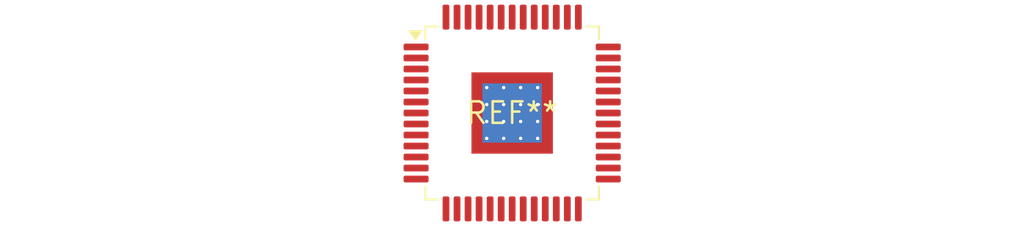
<source format=kicad_pcb>
(kicad_pcb (version 20240108) (generator pcbnew)
  (layers (0 "F.Cu" signal) (31 "B.Cu" signal) (34 "B.Paste" user) (35 "F.Paste" user) (36 "B.SilkS" user "B.Silkscreen") (37 "F.SilkS" user "F.Silkscreen") (38 "B.Mask" user) (39 "F.Mask" user) (44 "Edge.Cuts" user))
  (net 0 "")
  (footprint "LQFP-52-1EP_10x10mm_P0.65mm_EP4.8x4.8mm_ThermalVias" (layer "F.Cu") (at 0 0)
    (property "Reference" "REF**")
    (property "Value" "LQFP-52-1EP_10x10mm_P0.65mm_EP4.8x4.8mm_ThermalVias")
    (fp_line (start -5.11 -5.11) (end -5.11 -4.36) (layer "F.SilkS") (stroke (width 0.12)))
    (fp_line (start -5.11 5.11) (end -5.11 4.36) (layer "F.SilkS") (stroke (width 0.12)))
    (fp_line (start -4.36 -5.11) (end -5.11 -5.11) (layer "F.SilkS") (stroke (width 0.12)))
    (fp_line (start -4.36 5.11) (end -5.11 5.11) (layer "F.SilkS") (stroke (width 0.12)))
    (fp_line (start 4.36 -5.11) (end 5.11 -5.11) (layer "F.SilkS") (stroke (width 0.12)))
    (fp_line (start 4.36 5.11) (end 5.11 5.11) (layer "F.SilkS") (stroke (width 0.12)))
    (fp_line (start 5.11 -5.11) (end 5.11 -4.36) (layer "F.SilkS") (stroke (width 0.12)))
    (fp_line (start 5.11 5.11) (end 5.11 4.36) (layer "F.SilkS") (stroke (width 0.12)))
    (fp_poly (pts (xy -5.7 -4.36) (xy -6.04 -4.83) (xy -5.36 -4.83) (xy -5.7 -4.36)) (layer "F.SilkS") (stroke (width 0.12)) (fill solid))
    (pad "1" smd roundrect (at -5.6625 -3.9) (size 1.475 0.4) (layers "F.Cu" "F.Paste" "F.Mask"))
    (pad "2" smd roundrect (at -5.6625 -3.25) (size 1.475 0.4) (layers "F.Cu" "F.Paste" "F.Mask"))
    (pad "3" smd roundrect (at -5.6625 -2.6) (size 1.475 0.4) (layers "F.Cu" "F.Paste" "F.Mask"))
    (pad "4" smd roundrect (at -5.6625 -1.95) (size 1.475 0.4) (layers "F.Cu" "F.Paste" "F.Mask"))
    (pad "5" smd roundrect (at -5.6625 -1.3) (size 1.475 0.4) (layers "F.Cu" "F.Paste" "F.Mask"))
    (pad "6" smd roundrect (at -5.6625 -0.65) (size 1.475 0.4) (layers "F.Cu" "F.Paste" "F.Mask"))
    (pad "7" smd roundrect (at -5.6625 0) (size 1.475 0.4) (layers "F.Cu" "F.Paste" "F.Mask"))
    (pad "8" smd roundrect (at -5.6625 0.65) (size 1.475 0.4) (layers "F.Cu" "F.Paste" "F.Mask"))
    (pad "9" smd roundrect (at -5.6625 1.3) (size 1.475 0.4) (layers "F.Cu" "F.Paste" "F.Mask"))
    (pad "10" smd roundrect (at -5.6625 1.95) (size 1.475 0.4) (layers "F.Cu" "F.Paste" "F.Mask"))
    (pad "11" smd roundrect (at -5.6625 2.6) (size 1.475 0.4) (layers "F.Cu" "F.Paste" "F.Mask"))
    (pad "12" smd roundrect (at -5.6625 3.25) (size 1.475 0.4) (layers "F.Cu" "F.Paste" "F.Mask"))
    (pad "13" smd roundrect (at -5.6625 3.9) (size 1.475 0.4) (layers "F.Cu" "F.Paste" "F.Mask"))
    (pad "14" smd roundrect (at -3.9 5.6625) (size 0.4 1.475) (layers "F.Cu" "F.Paste" "F.Mask"))
    (pad "15" smd roundrect (at -3.25 5.6625) (size 0.4 1.475) (layers "F.Cu" "F.Paste" "F.Mask"))
    (pad "16" smd roundrect (at -2.6 5.6625) (size 0.4 1.475) (layers "F.Cu" "F.Paste" "F.Mask"))
    (pad "17" smd roundrect (at -1.95 5.6625) (size 0.4 1.475) (layers "F.Cu" "F.Paste" "F.Mask"))
    (pad "18" smd roundrect (at -1.3 5.6625) (size 0.4 1.475) (layers "F.Cu" "F.Paste" "F.Mask"))
    (pad "19" smd roundrect (at -0.65 5.6625) (size 0.4 1.475) (layers "F.Cu" "F.Paste" "F.Mask"))
    (pad "20" smd roundrect (at 0 5.6625) (size 0.4 1.475) (layers "F.Cu" "F.Paste" "F.Mask"))
    (pad "21" smd roundrect (at 0.65 5.6625) (size 0.4 1.475) (layers "F.Cu" "F.Paste" "F.Mask"))
    (pad "22" smd roundrect (at 1.3 5.6625) (size 0.4 1.475) (layers "F.Cu" "F.Paste" "F.Mask"))
    (pad "23" smd roundrect (at 1.95 5.6625) (size 0.4 1.475) (layers "F.Cu" "F.Paste" "F.Mask"))
    (pad "24" smd roundrect (at 2.6 5.6625) (size 0.4 1.475) (layers "F.Cu" "F.Paste" "F.Mask"))
    (pad "25" smd roundrect (at 3.25 5.6625) (size 0.4 1.475) (layers "F.Cu" "F.Paste" "F.Mask"))
    (pad "26" smd roundrect (at 3.9 5.6625) (size 0.4 1.475) (layers "F.Cu" "F.Paste" "F.Mask"))
    (pad "27" smd roundrect (at 5.6625 3.9) (size 1.475 0.4) (layers "F.Cu" "F.Paste" "F.Mask"))
    (pad "28" smd roundrect (at 5.6625 3.25) (size 1.475 0.4) (layers "F.Cu" "F.Paste" "F.Mask"))
    (pad "29" smd roundrect (at 5.6625 2.6) (size 1.475 0.4) (layers "F.Cu" "F.Paste" "F.Mask"))
    (pad "30" smd roundrect (at 5.6625 1.95) (size 1.475 0.4) (layers "F.Cu" "F.Paste" "F.Mask"))
    (pad "31" smd roundrect (at 5.6625 1.3) (size 1.475 0.4) (layers "F.Cu" "F.Paste" "F.Mask"))
    (pad "32" smd roundrect (at 5.6625 0.65) (size 1.475 0.4) (layers "F.Cu" "F.Paste" "F.Mask"))
    (pad "33" smd roundrect (at 5.6625 0) (size 1.475 0.4) (layers "F.Cu" "F.Paste" "F.Mask"))
    (pad "34" smd roundrect (at 5.6625 -0.65) (size 1.475 0.4) (layers "F.Cu" "F.Paste" "F.Mask"))
    (pad "35" smd roundrect (at 5.6625 -1.3) (size 1.475 0.4) (layers "F.Cu" "F.Paste" "F.Mask"))
    (pad "36" smd roundrect (at 5.6625 -1.95) (size 1.475 0.4) (layers "F.Cu" "F.Paste" "F.Mask"))
    (pad "37" smd roundrect (at 5.6625 -2.6) (size 1.475 0.4) (layers "F.Cu" "F.Paste" "F.Mask"))
    (pad "38" smd roundrect (at 5.6625 -3.25) (size 1.475 0.4) (layers "F.Cu" "F.Paste" "F.Mask"))
    (pad "39" smd roundrect (at 5.6625 -3.9) (size 1.475 0.4) (layers "F.Cu" "F.Paste" "F.Mask"))
    (pad "40" smd roundrect (at 3.9 -5.6625) (size 0.4 1.475) (layers "F.Cu" "F.Paste" "F.Mask"))
    (pad "41" smd roundrect (at 3.25 -5.6625) (size 0.4 1.475) (layers "F.Cu" "F.Paste" "F.Mask"))
    (pad "42" smd roundrect (at 2.6 -5.6625) (size 0.4 1.475) (layers "F.Cu" "F.Paste" "F.Mask"))
    (pad "43" smd roundrect (at 1.95 -5.6625) (size 0.4 1.475) (layers "F.Cu" "F.Paste" "F.Mask"))
    (pad "44" smd roundrect (at 1.3 -5.6625) (size 0.4 1.475) (layers "F.Cu" "F.Paste" "F.Mask"))
    (pad "45" smd roundrect (at 0.65 -5.6625) (size 0.4 1.475) (layers "F.Cu" "F.Paste" "F.Mask"))
    (pad "46" smd roundrect (at 0 -5.6625) (size 0.4 1.475) (layers "F.Cu" "F.Paste" "F.Mask"))
    (pad "47" smd roundrect (at -0.65 -5.6625) (size 0.4 1.475) (layers "F.Cu" "F.Paste" "F.Mask"))
    (pad "48" smd roundrect (at -1.3 -5.6625) (size 0.4 1.475) (layers "F.Cu" "F.Paste" "F.Mask"))
    (pad "49" smd roundrect (at -1.95 -5.6625) (size 0.4 1.475) (layers "F.Cu" "F.Paste" "F.Mask"))
    (pad "50" smd roundrect (at -2.6 -5.6625) (size 0.4 1.475) (layers "F.Cu" "F.Paste" "F.Mask"))
    (pad "51" smd roundrect (at -3.25 -5.6625) (size 0.4 1.475) (layers "F.Cu" "F.Paste" "F.Mask"))
    (pad "52" smd roundrect (at -3.9 -5.6625) (size 0.4 1.475) (layers "F.Cu" "F.Paste" "F.Mask"))
    (pad "53" thru_hole circle (at -1.5 -1.5) (size 0.5 0.5) (drill 0.2) (property pad_prop_heatsink) (layers *.Cu) (remove_unused_layers))
    (pad "53" thru_hole circle (at -1.5 -0.5) (size 0.5 0.5) (drill 0.2) (property pad_prop_heatsink) (layers *.Cu) (remove_unused_layers))
    (pad "53" thru_hole circle (at -1.5 0.5) (size 0.5 0.5) (drill 0.2) (property pad_prop_heatsink) (layers *.Cu) (remove_unused_layers))
    (pad "53" thru_hole circle (at -1.5 1.5) (size 0.5 0.5) (drill 0.2) (property pad_prop_heatsink) (layers *.Cu) (remove_unused_layers))
    (pad "53" thru_hole circle (at -0.5 -1.5) (size 0.5 0.5) (drill 0.2) (property pad_prop_heatsink) (layers *.Cu) (remove_unused_layers))
    (pad "53" thru_hole circle (at -0.5 -0.5) (size 0.5 0.5) (drill 0.2) (property pad_prop_heatsink) (layers *.Cu) (remove_unused_layers))
    (pad "53" thru_hole circle (at -0.5 0.5) (size 0.5 0.5) (drill 0.2) (property pad_prop_heatsink) (layers *.Cu) (remove_unused_layers))
    (pad "53" thru_hole circle (at -0.5 1.5) (size 0.5 0.5) (drill 0.2) (property pad_prop_heatsink) (layers *.Cu) (remove_unused_layers))
    (pad "53" smd rect (at 0 0) (size 3.5 3.5) (property pad_prop_heatsink) (layers "B.Cu"))
    (pad "53" smd rect (at 0 0) (size 4.8 4.8) (property pad_prop_heatsink) (layers "F.Cu" "F.Mask"))
    (pad "53" thru_hole circle (at 0.5 -1.5) (size 0.5 0.5) (drill 0.2) (property pad_prop_heatsink) (layers *.Cu) (remove_unused_layers))
    (pad "53" thru_hole circle (at 0.5 -0.5) (size 0.5 0.5) (drill 0.2) (property pad_prop_heatsink) (layers *.Cu) (remove_unused_layers))
    (pad "53" thru_hole circle (at 0.5 0.5) (size 0.5 0.5) (drill 0.2) (property pad_prop_heatsink) (layers *.Cu) (remove_unused_layers))
    (pad "53" thru_hole circle (at 0.5 1.5) (size 0.5 0.5) (drill 0.2) (property pad_prop_heatsink) (layers *.Cu) (remove_unused_layers))
    (pad "53" thru_hole circle (at 1.5 -1.5) (size 0.5 0.5) (drill 0.2) (property pad_prop_heatsink) (layers *.Cu) (remove_unused_layers))
    (pad "53" thru_hole circle (at 1.5 -0.5) (size 0.5 0.5) (drill 0.2) (property pad_prop_heatsink) (layers *.Cu) (remove_unused_layers))
    (pad "53" thru_hole circle (at 1.5 0.5) (size 0.5 0.5) (drill 0.2) (property pad_prop_heatsink) (layers *.Cu) (remove_unused_layers))
    (pad "53" thru_hole circle (at 1.5 1.5) (size 0.5 0.5) (drill 0.2) (property pad_prop_heatsink) (layers *.Cu) (remove_unused_layers))
  )
)
</source>
